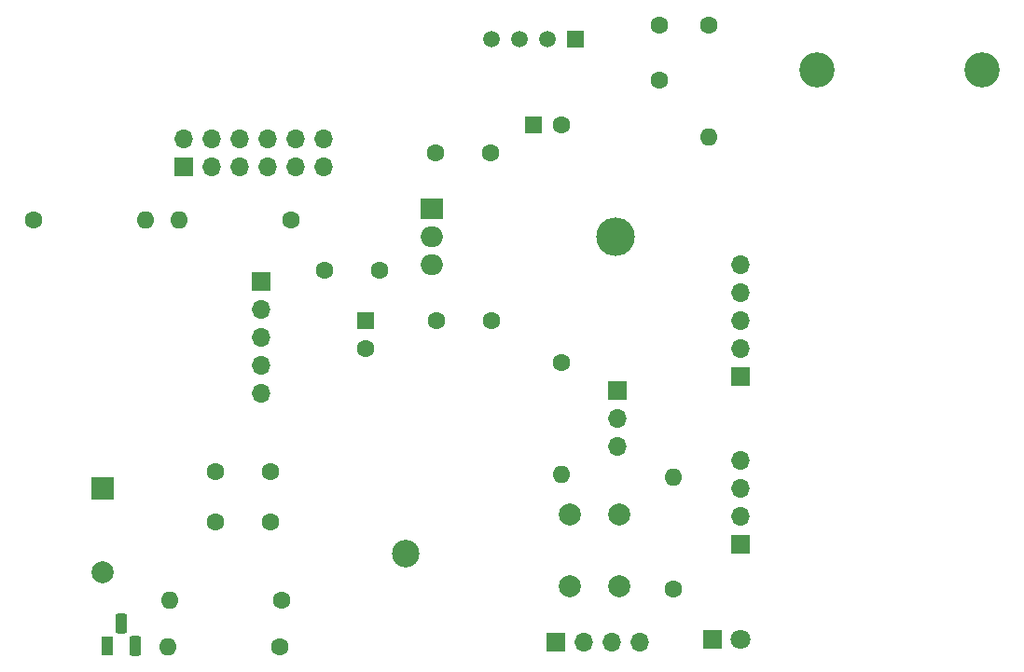
<source format=gbr>
%TF.GenerationSoftware,KiCad,Pcbnew,(6.0.10)*%
%TF.CreationDate,2023-02-16T10:20:13+01:00*%
%TF.ProjectId,Weerstation,57656572-7374-4617-9469-6f6e2e6b6963,rev?*%
%TF.SameCoordinates,Original*%
%TF.FileFunction,Soldermask,Bot*%
%TF.FilePolarity,Negative*%
%FSLAX46Y46*%
G04 Gerber Fmt 4.6, Leading zero omitted, Abs format (unit mm)*
G04 Created by KiCad (PCBNEW (6.0.10)) date 2023-02-16 10:20:13*
%MOMM*%
%LPD*%
G01*
G04 APERTURE LIST*
G04 Aperture macros list*
%AMRoundRect*
0 Rectangle with rounded corners*
0 $1 Rounding radius*
0 $2 $3 $4 $5 $6 $7 $8 $9 X,Y pos of 4 corners*
0 Add a 4 corners polygon primitive as box body*
4,1,4,$2,$3,$4,$5,$6,$7,$8,$9,$2,$3,0*
0 Add four circle primitives for the rounded corners*
1,1,$1+$1,$2,$3*
1,1,$1+$1,$4,$5*
1,1,$1+$1,$6,$7*
1,1,$1+$1,$8,$9*
0 Add four rect primitives between the rounded corners*
20,1,$1+$1,$2,$3,$4,$5,0*
20,1,$1+$1,$4,$5,$6,$7,0*
20,1,$1+$1,$6,$7,$8,$9,0*
20,1,$1+$1,$8,$9,$2,$3,0*%
G04 Aperture macros list end*
%ADD10R,1.700000X1.700000*%
%ADD11O,1.700000X1.700000*%
%ADD12C,1.600000*%
%ADD13O,1.600000X1.600000*%
%ADD14R,1.500000X1.500000*%
%ADD15C,1.500000*%
%ADD16R,1.800000X1.800000*%
%ADD17C,1.800000*%
%ADD18R,1.600000X1.600000*%
%ADD19R,2.000000X2.000000*%
%ADD20C,2.000000*%
%ADD21C,3.200000*%
%ADD22R,1.100000X1.800000*%
%ADD23RoundRect,0.275000X-0.275000X-0.625000X0.275000X-0.625000X0.275000X0.625000X-0.275000X0.625000X0*%
%ADD24C,2.500000*%
%ADD25O,3.500000X3.500000*%
%ADD26R,2.000000X1.905000*%
%ADD27O,2.000000X1.905000*%
G04 APERTURE END LIST*
D10*
%TO.C,J1*%
X9093200Y8468600D03*
D11*
X9093200Y5928600D03*
X9093200Y3388600D03*
%TD*%
D12*
%TO.C,R5*%
X14173200Y-9550400D03*
D13*
X14173200Y609600D03*
%TD*%
D14*
%TO.C,U2*%
X5283200Y40396100D03*
D15*
X2743200Y40396100D03*
X203200Y40396100D03*
X-2336800Y40396100D03*
%TD*%
D10*
%TO.C,J3*%
X3515200Y-14376400D03*
D11*
X6055200Y-14376400D03*
X8595200Y-14376400D03*
X11135200Y-14376400D03*
%TD*%
D12*
%TO.C,C3*%
X12903200Y41717600D03*
X12903200Y36717600D03*
%TD*%
D16*
%TO.C,D1*%
X17724200Y-14122400D03*
D17*
X20264200Y-14122400D03*
%TD*%
D12*
%TO.C,C7*%
X-7376800Y14833600D03*
X-2376800Y14833600D03*
%TD*%
D18*
%TO.C,C6*%
X-13766800Y14833600D03*
D12*
X-13766800Y12333600D03*
%TD*%
%TO.C,C2*%
X-22402800Y1117600D03*
X-27402800Y1117600D03*
%TD*%
D19*
%TO.C,BZ1*%
X-37626800Y-416400D03*
D20*
X-37626800Y-8016400D03*
%TD*%
%TO.C,SW1*%
X4758764Y-9296400D03*
X4758764Y-2796400D03*
X9258764Y-9296400D03*
X9258764Y-2796400D03*
%TD*%
D21*
%TO.C,REF\u002A\u002A*%
X42191200Y37623600D03*
%TD*%
D18*
%TO.C,C4*%
X1473200Y32613600D03*
D12*
X3973200Y32613600D03*
%TD*%
D10*
%TO.C,J6*%
X-30276800Y28798600D03*
D11*
X-30276800Y31338600D03*
X-27736800Y28798600D03*
X-27736800Y31338600D03*
X-25196800Y28798600D03*
X-25196800Y31338600D03*
X-22656800Y28798600D03*
X-22656800Y31338600D03*
X-20116800Y28798600D03*
X-20116800Y31338600D03*
X-17576800Y28798600D03*
X-17576800Y31338600D03*
%TD*%
D12*
%TO.C,R6*%
X-20566800Y23993600D03*
D13*
X-30726800Y23993600D03*
%TD*%
D12*
%TO.C,R1*%
X-21386800Y-10566400D03*
D13*
X-31546800Y-10566400D03*
%TD*%
D10*
%TO.C,J2*%
X-23291800Y18384600D03*
D11*
X-23291800Y15844600D03*
X-23291800Y13304600D03*
X-23291800Y10764600D03*
X-23291800Y8224600D03*
%TD*%
D21*
%TO.C,REF\u002A\u002A*%
X27191200Y37623600D03*
%TD*%
D12*
%TO.C,C5*%
X-7416800Y30073600D03*
X-2416800Y30073600D03*
%TD*%
%TO.C,R4*%
X17333200Y41673600D03*
D13*
X17333200Y31513600D03*
%TD*%
D22*
%TO.C,Q1*%
X-37266800Y-14706400D03*
D23*
X-35996800Y-12636400D03*
X-34726800Y-14706400D03*
%TD*%
D24*
%TO.C,U1*%
X-10186800Y-6320400D03*
%TD*%
D25*
%TO.C,U3*%
X8903200Y22453600D03*
D26*
X-7756800Y24993600D03*
D27*
X-7756800Y22453600D03*
X-7756800Y19913600D03*
%TD*%
D12*
%TO.C,C1*%
X-27442800Y-3454400D03*
X-22442800Y-3454400D03*
%TD*%
%TO.C,F1*%
X-12547600Y19405600D03*
X-17547600Y19405600D03*
%TD*%
%TO.C,R2*%
X3993200Y11023600D03*
D13*
X3993200Y863600D03*
%TD*%
D10*
%TO.C,J4*%
X20269200Y-5486400D03*
D11*
X20269200Y-2946400D03*
X20269200Y-406400D03*
X20269200Y2133600D03*
%TD*%
D12*
%TO.C,R7*%
X-43966800Y23993600D03*
D13*
X-33806800Y23993600D03*
%TD*%
D12*
%TO.C,R3*%
X-21541800Y-14816400D03*
D13*
X-31701800Y-14816400D03*
%TD*%
D10*
%TO.C,J5*%
X20269200Y9758600D03*
D11*
X20269200Y12298600D03*
X20269200Y14838600D03*
X20269200Y17378600D03*
X20269200Y19918600D03*
%TD*%
M02*

</source>
